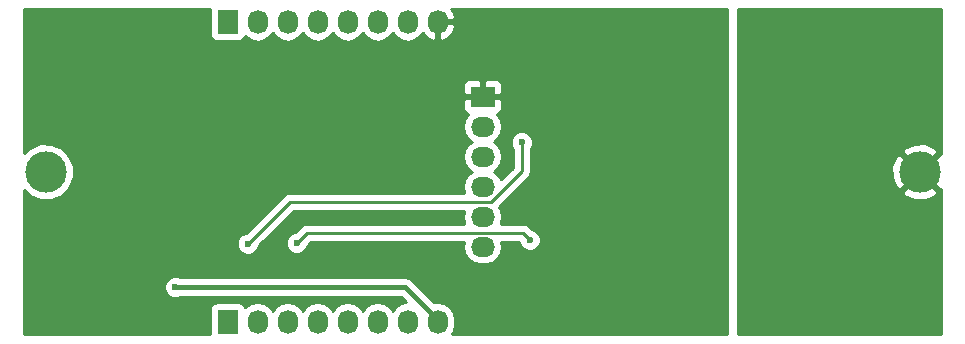
<source format=gbr>
G04 #@! TF.FileFunction,Copper,L2,Bot,Signal*
%FSLAX46Y46*%
G04 Gerber Fmt 4.6, Leading zero omitted, Abs format (unit mm)*
G04 Created by KiCad (PCBNEW 4.0.4+e1-6308~48~ubuntu14.04.1-stable) date Sun Nov 27 15:19:37 2016*
%MOMM*%
%LPD*%
G01*
G04 APERTURE LIST*
%ADD10C,0.100000*%
%ADD11C,3.500000*%
%ADD12R,2.032000X1.727200*%
%ADD13O,2.032000X1.727200*%
%ADD14R,1.727200X2.032000*%
%ADD15O,1.727200X2.032000*%
%ADD16C,0.600000*%
%ADD17C,0.400000*%
%ADD18C,0.250000*%
%ADD19C,0.254000*%
G04 APERTURE END LIST*
D10*
D11*
X109050000Y-104140000D03*
X183050000Y-104140000D03*
D12*
X146050000Y-97790000D03*
D13*
X146050000Y-100330000D03*
X146050000Y-102870000D03*
X146050000Y-105410000D03*
X146050000Y-107950000D03*
X146050000Y-110490000D03*
D14*
X124460000Y-116840000D03*
D15*
X127000000Y-116840000D03*
X129540000Y-116840000D03*
X132080000Y-116840000D03*
X134620000Y-116840000D03*
X137160000Y-116840000D03*
X139700000Y-116840000D03*
X142240000Y-116840000D03*
D14*
X124460000Y-91440000D03*
D15*
X127000000Y-91440000D03*
X129540000Y-91440000D03*
X132080000Y-91440000D03*
X134620000Y-91440000D03*
X137160000Y-91440000D03*
X139700000Y-91440000D03*
X142240000Y-91440000D03*
D16*
X168503600Y-93497400D03*
X175006000Y-102616000D03*
X170053000Y-94488000D03*
X169926000Y-100838000D03*
X169926000Y-102997000D03*
X120015000Y-113919000D03*
X151384000Y-106299000D03*
X151384000Y-101854000D03*
X166370000Y-112141000D03*
X165481000Y-96520000D03*
X165481000Y-94488000D03*
X116459000Y-99314000D03*
X126174500Y-110236000D03*
X149352000Y-101663500D03*
X130302000Y-110172500D03*
X150050500Y-109918500D03*
D17*
X120015000Y-113919000D02*
X139471400Y-113919000D01*
X139471400Y-113919000D02*
X142240000Y-116687600D01*
X142240000Y-116687600D02*
X142240000Y-116840000D01*
D18*
X146776128Y-106680000D02*
X129730500Y-106680000D01*
X129730500Y-106680000D02*
X126174500Y-110236000D01*
X149352000Y-101663500D02*
X149352000Y-104104128D01*
X149352000Y-104104128D02*
X146776128Y-106680000D01*
X150050500Y-109918500D02*
X149433390Y-109301390D01*
X149433390Y-109301390D02*
X131173110Y-109301390D01*
X131173110Y-109301390D02*
X130302000Y-110172500D01*
D19*
G36*
X122948960Y-90424000D02*
X122948960Y-92456000D01*
X122993238Y-92691317D01*
X123132310Y-92907441D01*
X123344510Y-93052431D01*
X123596400Y-93103440D01*
X125323600Y-93103440D01*
X125558917Y-93059162D01*
X125775041Y-92920090D01*
X125920031Y-92707890D01*
X125928400Y-92666561D01*
X125940330Y-92684415D01*
X126426511Y-93009271D01*
X127000000Y-93123345D01*
X127573489Y-93009271D01*
X128059670Y-92684415D01*
X128270000Y-92369634D01*
X128480330Y-92684415D01*
X128966511Y-93009271D01*
X129540000Y-93123345D01*
X130113489Y-93009271D01*
X130599670Y-92684415D01*
X130810000Y-92369634D01*
X131020330Y-92684415D01*
X131506511Y-93009271D01*
X132080000Y-93123345D01*
X132653489Y-93009271D01*
X133139670Y-92684415D01*
X133350000Y-92369634D01*
X133560330Y-92684415D01*
X134046511Y-93009271D01*
X134620000Y-93123345D01*
X135193489Y-93009271D01*
X135679670Y-92684415D01*
X135890000Y-92369634D01*
X136100330Y-92684415D01*
X136586511Y-93009271D01*
X137160000Y-93123345D01*
X137733489Y-93009271D01*
X138219670Y-92684415D01*
X138430000Y-92369634D01*
X138640330Y-92684415D01*
X139126511Y-93009271D01*
X139700000Y-93123345D01*
X140273489Y-93009271D01*
X140759670Y-92684415D01*
X140966461Y-92374931D01*
X141337964Y-92790732D01*
X141865209Y-93044709D01*
X141880974Y-93047358D01*
X142113000Y-92926217D01*
X142113000Y-91567000D01*
X142367000Y-91567000D01*
X142367000Y-92926217D01*
X142599026Y-93047358D01*
X142614791Y-93044709D01*
X143142036Y-92790732D01*
X143531954Y-92354320D01*
X143725184Y-91801913D01*
X143580924Y-91567000D01*
X142367000Y-91567000D01*
X142113000Y-91567000D01*
X142093000Y-91567000D01*
X142093000Y-91313000D01*
X142113000Y-91313000D01*
X142113000Y-91293000D01*
X142367000Y-91293000D01*
X142367000Y-91313000D01*
X143580924Y-91313000D01*
X143725184Y-91078087D01*
X143531954Y-90525680D01*
X143394647Y-90372000D01*
X166751000Y-90372000D01*
X166751000Y-117908000D01*
X143417547Y-117908000D01*
X143624526Y-117598234D01*
X143738600Y-117024745D01*
X143738600Y-116655255D01*
X143624526Y-116081766D01*
X143299670Y-115595585D01*
X142813489Y-115270729D01*
X142240000Y-115156655D01*
X141948004Y-115214736D01*
X140061834Y-113328566D01*
X139790941Y-113147561D01*
X139471400Y-113084000D01*
X120442234Y-113084000D01*
X120201799Y-112984162D01*
X119829833Y-112983838D01*
X119486057Y-113125883D01*
X119222808Y-113388673D01*
X119080162Y-113732201D01*
X119079838Y-114104167D01*
X119221883Y-114447943D01*
X119484673Y-114711192D01*
X119828201Y-114853838D01*
X120200167Y-114854162D01*
X120442578Y-114754000D01*
X139125532Y-114754000D01*
X139556693Y-115185161D01*
X139126511Y-115270729D01*
X138640330Y-115595585D01*
X138430000Y-115910366D01*
X138219670Y-115595585D01*
X137733489Y-115270729D01*
X137160000Y-115156655D01*
X136586511Y-115270729D01*
X136100330Y-115595585D01*
X135890000Y-115910366D01*
X135679670Y-115595585D01*
X135193489Y-115270729D01*
X134620000Y-115156655D01*
X134046511Y-115270729D01*
X133560330Y-115595585D01*
X133350000Y-115910366D01*
X133139670Y-115595585D01*
X132653489Y-115270729D01*
X132080000Y-115156655D01*
X131506511Y-115270729D01*
X131020330Y-115595585D01*
X130810000Y-115910366D01*
X130599670Y-115595585D01*
X130113489Y-115270729D01*
X129540000Y-115156655D01*
X128966511Y-115270729D01*
X128480330Y-115595585D01*
X128270000Y-115910366D01*
X128059670Y-115595585D01*
X127573489Y-115270729D01*
X127000000Y-115156655D01*
X126426511Y-115270729D01*
X125940330Y-115595585D01*
X125930757Y-115609913D01*
X125926762Y-115588683D01*
X125787690Y-115372559D01*
X125575490Y-115227569D01*
X125323600Y-115176560D01*
X123596400Y-115176560D01*
X123361083Y-115220838D01*
X123144959Y-115359910D01*
X122999969Y-115572110D01*
X122948960Y-115824000D01*
X122948960Y-117856000D01*
X122958744Y-117908000D01*
X107263000Y-117908000D01*
X107263000Y-110421167D01*
X125239338Y-110421167D01*
X125381383Y-110764943D01*
X125644173Y-111028192D01*
X125987701Y-111170838D01*
X126359667Y-111171162D01*
X126703443Y-111029117D01*
X126966692Y-110766327D01*
X127109338Y-110422799D01*
X127109379Y-110375923D01*
X130045302Y-107440000D01*
X144468100Y-107440000D01*
X144366655Y-107950000D01*
X144480729Y-108523489D01*
X144492690Y-108541390D01*
X131173110Y-108541390D01*
X130882271Y-108599242D01*
X130635709Y-108763989D01*
X130162320Y-109237378D01*
X130116833Y-109237338D01*
X129773057Y-109379383D01*
X129509808Y-109642173D01*
X129367162Y-109985701D01*
X129366838Y-110357667D01*
X129508883Y-110701443D01*
X129771673Y-110964692D01*
X130115201Y-111107338D01*
X130487167Y-111107662D01*
X130830943Y-110965617D01*
X131094192Y-110702827D01*
X131236838Y-110359299D01*
X131236879Y-110312423D01*
X131487912Y-110061390D01*
X144451911Y-110061390D01*
X144366655Y-110490000D01*
X144480729Y-111063489D01*
X144805585Y-111549670D01*
X145291766Y-111874526D01*
X145865255Y-111988600D01*
X146234745Y-111988600D01*
X146808234Y-111874526D01*
X147294415Y-111549670D01*
X147619271Y-111063489D01*
X147733345Y-110490000D01*
X147648089Y-110061390D01*
X149115375Y-110061390D01*
X149115338Y-110103667D01*
X149257383Y-110447443D01*
X149520173Y-110710692D01*
X149863701Y-110853338D01*
X150235667Y-110853662D01*
X150579443Y-110711617D01*
X150842692Y-110448827D01*
X150985338Y-110105299D01*
X150985662Y-109733333D01*
X150843617Y-109389557D01*
X150580827Y-109126308D01*
X150237299Y-108983662D01*
X150190423Y-108983621D01*
X149970791Y-108763989D01*
X149724229Y-108599242D01*
X149433390Y-108541390D01*
X147607310Y-108541390D01*
X147619271Y-108523489D01*
X147733345Y-107950000D01*
X147619271Y-107376511D01*
X147433077Y-107097853D01*
X149889401Y-104641529D01*
X150054148Y-104394967D01*
X150112000Y-104104128D01*
X150112000Y-102225963D01*
X150144192Y-102193827D01*
X150286838Y-101850299D01*
X150287162Y-101478333D01*
X150145117Y-101134557D01*
X149882327Y-100871308D01*
X149538799Y-100728662D01*
X149166833Y-100728338D01*
X148823057Y-100870383D01*
X148559808Y-101133173D01*
X148417162Y-101476701D01*
X148416838Y-101848667D01*
X148558883Y-102192443D01*
X148592000Y-102225618D01*
X148592000Y-103789326D01*
X147589448Y-104791878D01*
X147294415Y-104350330D01*
X146979634Y-104140000D01*
X147294415Y-103929670D01*
X147619271Y-103443489D01*
X147733345Y-102870000D01*
X147619271Y-102296511D01*
X147294415Y-101810330D01*
X146979634Y-101600000D01*
X147294415Y-101389670D01*
X147619271Y-100903489D01*
X147733345Y-100330000D01*
X147619271Y-99756511D01*
X147294415Y-99270330D01*
X147272220Y-99255500D01*
X147425698Y-99191927D01*
X147604327Y-99013299D01*
X147701000Y-98779910D01*
X147701000Y-98075750D01*
X147542250Y-97917000D01*
X146177000Y-97917000D01*
X146177000Y-97937000D01*
X145923000Y-97937000D01*
X145923000Y-97917000D01*
X144557750Y-97917000D01*
X144399000Y-98075750D01*
X144399000Y-98779910D01*
X144495673Y-99013299D01*
X144674302Y-99191927D01*
X144827780Y-99255500D01*
X144805585Y-99270330D01*
X144480729Y-99756511D01*
X144366655Y-100330000D01*
X144480729Y-100903489D01*
X144805585Y-101389670D01*
X145120366Y-101600000D01*
X144805585Y-101810330D01*
X144480729Y-102296511D01*
X144366655Y-102870000D01*
X144480729Y-103443489D01*
X144805585Y-103929670D01*
X145120366Y-104140000D01*
X144805585Y-104350330D01*
X144480729Y-104836511D01*
X144366655Y-105410000D01*
X144468100Y-105920000D01*
X129730500Y-105920000D01*
X129487914Y-105968254D01*
X129439660Y-105977852D01*
X129193099Y-106142599D01*
X126034820Y-109300878D01*
X125989333Y-109300838D01*
X125645557Y-109442883D01*
X125382308Y-109705673D01*
X125239662Y-110049201D01*
X125239338Y-110421167D01*
X107263000Y-110421167D01*
X107263000Y-105725725D01*
X107697242Y-106160726D01*
X108573513Y-106524585D01*
X109522325Y-106525413D01*
X110399229Y-106163084D01*
X111070726Y-105492758D01*
X111434585Y-104616487D01*
X111435413Y-103667675D01*
X111073084Y-102790771D01*
X110402758Y-102119274D01*
X109526487Y-101755415D01*
X108577675Y-101754587D01*
X107700771Y-102116916D01*
X107263000Y-102553924D01*
X107263000Y-96800090D01*
X144399000Y-96800090D01*
X144399000Y-97504250D01*
X144557750Y-97663000D01*
X145923000Y-97663000D01*
X145923000Y-96450150D01*
X146177000Y-96450150D01*
X146177000Y-97663000D01*
X147542250Y-97663000D01*
X147701000Y-97504250D01*
X147701000Y-96800090D01*
X147604327Y-96566701D01*
X147425698Y-96388073D01*
X147192309Y-96291400D01*
X146335750Y-96291400D01*
X146177000Y-96450150D01*
X145923000Y-96450150D01*
X145764250Y-96291400D01*
X144907691Y-96291400D01*
X144674302Y-96388073D01*
X144495673Y-96566701D01*
X144399000Y-96800090D01*
X107263000Y-96800090D01*
X107263000Y-90372000D01*
X122959490Y-90372000D01*
X122948960Y-90424000D01*
X122948960Y-90424000D01*
G37*
X122948960Y-90424000D02*
X122948960Y-92456000D01*
X122993238Y-92691317D01*
X123132310Y-92907441D01*
X123344510Y-93052431D01*
X123596400Y-93103440D01*
X125323600Y-93103440D01*
X125558917Y-93059162D01*
X125775041Y-92920090D01*
X125920031Y-92707890D01*
X125928400Y-92666561D01*
X125940330Y-92684415D01*
X126426511Y-93009271D01*
X127000000Y-93123345D01*
X127573489Y-93009271D01*
X128059670Y-92684415D01*
X128270000Y-92369634D01*
X128480330Y-92684415D01*
X128966511Y-93009271D01*
X129540000Y-93123345D01*
X130113489Y-93009271D01*
X130599670Y-92684415D01*
X130810000Y-92369634D01*
X131020330Y-92684415D01*
X131506511Y-93009271D01*
X132080000Y-93123345D01*
X132653489Y-93009271D01*
X133139670Y-92684415D01*
X133350000Y-92369634D01*
X133560330Y-92684415D01*
X134046511Y-93009271D01*
X134620000Y-93123345D01*
X135193489Y-93009271D01*
X135679670Y-92684415D01*
X135890000Y-92369634D01*
X136100330Y-92684415D01*
X136586511Y-93009271D01*
X137160000Y-93123345D01*
X137733489Y-93009271D01*
X138219670Y-92684415D01*
X138430000Y-92369634D01*
X138640330Y-92684415D01*
X139126511Y-93009271D01*
X139700000Y-93123345D01*
X140273489Y-93009271D01*
X140759670Y-92684415D01*
X140966461Y-92374931D01*
X141337964Y-92790732D01*
X141865209Y-93044709D01*
X141880974Y-93047358D01*
X142113000Y-92926217D01*
X142113000Y-91567000D01*
X142367000Y-91567000D01*
X142367000Y-92926217D01*
X142599026Y-93047358D01*
X142614791Y-93044709D01*
X143142036Y-92790732D01*
X143531954Y-92354320D01*
X143725184Y-91801913D01*
X143580924Y-91567000D01*
X142367000Y-91567000D01*
X142113000Y-91567000D01*
X142093000Y-91567000D01*
X142093000Y-91313000D01*
X142113000Y-91313000D01*
X142113000Y-91293000D01*
X142367000Y-91293000D01*
X142367000Y-91313000D01*
X143580924Y-91313000D01*
X143725184Y-91078087D01*
X143531954Y-90525680D01*
X143394647Y-90372000D01*
X166751000Y-90372000D01*
X166751000Y-117908000D01*
X143417547Y-117908000D01*
X143624526Y-117598234D01*
X143738600Y-117024745D01*
X143738600Y-116655255D01*
X143624526Y-116081766D01*
X143299670Y-115595585D01*
X142813489Y-115270729D01*
X142240000Y-115156655D01*
X141948004Y-115214736D01*
X140061834Y-113328566D01*
X139790941Y-113147561D01*
X139471400Y-113084000D01*
X120442234Y-113084000D01*
X120201799Y-112984162D01*
X119829833Y-112983838D01*
X119486057Y-113125883D01*
X119222808Y-113388673D01*
X119080162Y-113732201D01*
X119079838Y-114104167D01*
X119221883Y-114447943D01*
X119484673Y-114711192D01*
X119828201Y-114853838D01*
X120200167Y-114854162D01*
X120442578Y-114754000D01*
X139125532Y-114754000D01*
X139556693Y-115185161D01*
X139126511Y-115270729D01*
X138640330Y-115595585D01*
X138430000Y-115910366D01*
X138219670Y-115595585D01*
X137733489Y-115270729D01*
X137160000Y-115156655D01*
X136586511Y-115270729D01*
X136100330Y-115595585D01*
X135890000Y-115910366D01*
X135679670Y-115595585D01*
X135193489Y-115270729D01*
X134620000Y-115156655D01*
X134046511Y-115270729D01*
X133560330Y-115595585D01*
X133350000Y-115910366D01*
X133139670Y-115595585D01*
X132653489Y-115270729D01*
X132080000Y-115156655D01*
X131506511Y-115270729D01*
X131020330Y-115595585D01*
X130810000Y-115910366D01*
X130599670Y-115595585D01*
X130113489Y-115270729D01*
X129540000Y-115156655D01*
X128966511Y-115270729D01*
X128480330Y-115595585D01*
X128270000Y-115910366D01*
X128059670Y-115595585D01*
X127573489Y-115270729D01*
X127000000Y-115156655D01*
X126426511Y-115270729D01*
X125940330Y-115595585D01*
X125930757Y-115609913D01*
X125926762Y-115588683D01*
X125787690Y-115372559D01*
X125575490Y-115227569D01*
X125323600Y-115176560D01*
X123596400Y-115176560D01*
X123361083Y-115220838D01*
X123144959Y-115359910D01*
X122999969Y-115572110D01*
X122948960Y-115824000D01*
X122948960Y-117856000D01*
X122958744Y-117908000D01*
X107263000Y-117908000D01*
X107263000Y-110421167D01*
X125239338Y-110421167D01*
X125381383Y-110764943D01*
X125644173Y-111028192D01*
X125987701Y-111170838D01*
X126359667Y-111171162D01*
X126703443Y-111029117D01*
X126966692Y-110766327D01*
X127109338Y-110422799D01*
X127109379Y-110375923D01*
X130045302Y-107440000D01*
X144468100Y-107440000D01*
X144366655Y-107950000D01*
X144480729Y-108523489D01*
X144492690Y-108541390D01*
X131173110Y-108541390D01*
X130882271Y-108599242D01*
X130635709Y-108763989D01*
X130162320Y-109237378D01*
X130116833Y-109237338D01*
X129773057Y-109379383D01*
X129509808Y-109642173D01*
X129367162Y-109985701D01*
X129366838Y-110357667D01*
X129508883Y-110701443D01*
X129771673Y-110964692D01*
X130115201Y-111107338D01*
X130487167Y-111107662D01*
X130830943Y-110965617D01*
X131094192Y-110702827D01*
X131236838Y-110359299D01*
X131236879Y-110312423D01*
X131487912Y-110061390D01*
X144451911Y-110061390D01*
X144366655Y-110490000D01*
X144480729Y-111063489D01*
X144805585Y-111549670D01*
X145291766Y-111874526D01*
X145865255Y-111988600D01*
X146234745Y-111988600D01*
X146808234Y-111874526D01*
X147294415Y-111549670D01*
X147619271Y-111063489D01*
X147733345Y-110490000D01*
X147648089Y-110061390D01*
X149115375Y-110061390D01*
X149115338Y-110103667D01*
X149257383Y-110447443D01*
X149520173Y-110710692D01*
X149863701Y-110853338D01*
X150235667Y-110853662D01*
X150579443Y-110711617D01*
X150842692Y-110448827D01*
X150985338Y-110105299D01*
X150985662Y-109733333D01*
X150843617Y-109389557D01*
X150580827Y-109126308D01*
X150237299Y-108983662D01*
X150190423Y-108983621D01*
X149970791Y-108763989D01*
X149724229Y-108599242D01*
X149433390Y-108541390D01*
X147607310Y-108541390D01*
X147619271Y-108523489D01*
X147733345Y-107950000D01*
X147619271Y-107376511D01*
X147433077Y-107097853D01*
X149889401Y-104641529D01*
X150054148Y-104394967D01*
X150112000Y-104104128D01*
X150112000Y-102225963D01*
X150144192Y-102193827D01*
X150286838Y-101850299D01*
X150287162Y-101478333D01*
X150145117Y-101134557D01*
X149882327Y-100871308D01*
X149538799Y-100728662D01*
X149166833Y-100728338D01*
X148823057Y-100870383D01*
X148559808Y-101133173D01*
X148417162Y-101476701D01*
X148416838Y-101848667D01*
X148558883Y-102192443D01*
X148592000Y-102225618D01*
X148592000Y-103789326D01*
X147589448Y-104791878D01*
X147294415Y-104350330D01*
X146979634Y-104140000D01*
X147294415Y-103929670D01*
X147619271Y-103443489D01*
X147733345Y-102870000D01*
X147619271Y-102296511D01*
X147294415Y-101810330D01*
X146979634Y-101600000D01*
X147294415Y-101389670D01*
X147619271Y-100903489D01*
X147733345Y-100330000D01*
X147619271Y-99756511D01*
X147294415Y-99270330D01*
X147272220Y-99255500D01*
X147425698Y-99191927D01*
X147604327Y-99013299D01*
X147701000Y-98779910D01*
X147701000Y-98075750D01*
X147542250Y-97917000D01*
X146177000Y-97917000D01*
X146177000Y-97937000D01*
X145923000Y-97937000D01*
X145923000Y-97917000D01*
X144557750Y-97917000D01*
X144399000Y-98075750D01*
X144399000Y-98779910D01*
X144495673Y-99013299D01*
X144674302Y-99191927D01*
X144827780Y-99255500D01*
X144805585Y-99270330D01*
X144480729Y-99756511D01*
X144366655Y-100330000D01*
X144480729Y-100903489D01*
X144805585Y-101389670D01*
X145120366Y-101600000D01*
X144805585Y-101810330D01*
X144480729Y-102296511D01*
X144366655Y-102870000D01*
X144480729Y-103443489D01*
X144805585Y-103929670D01*
X145120366Y-104140000D01*
X144805585Y-104350330D01*
X144480729Y-104836511D01*
X144366655Y-105410000D01*
X144468100Y-105920000D01*
X129730500Y-105920000D01*
X129487914Y-105968254D01*
X129439660Y-105977852D01*
X129193099Y-106142599D01*
X126034820Y-109300878D01*
X125989333Y-109300838D01*
X125645557Y-109442883D01*
X125382308Y-109705673D01*
X125239662Y-110049201D01*
X125239338Y-110421167D01*
X107263000Y-110421167D01*
X107263000Y-105725725D01*
X107697242Y-106160726D01*
X108573513Y-106524585D01*
X109522325Y-106525413D01*
X110399229Y-106163084D01*
X111070726Y-105492758D01*
X111434585Y-104616487D01*
X111435413Y-103667675D01*
X111073084Y-102790771D01*
X110402758Y-102119274D01*
X109526487Y-101755415D01*
X108577675Y-101754587D01*
X107700771Y-102116916D01*
X107263000Y-102553924D01*
X107263000Y-96800090D01*
X144399000Y-96800090D01*
X144399000Y-97504250D01*
X144557750Y-97663000D01*
X145923000Y-97663000D01*
X145923000Y-96450150D01*
X146177000Y-96450150D01*
X146177000Y-97663000D01*
X147542250Y-97663000D01*
X147701000Y-97504250D01*
X147701000Y-96800090D01*
X147604327Y-96566701D01*
X147425698Y-96388073D01*
X147192309Y-96291400D01*
X146335750Y-96291400D01*
X146177000Y-96450150D01*
X145923000Y-96450150D01*
X145764250Y-96291400D01*
X144907691Y-96291400D01*
X144674302Y-96388073D01*
X144495673Y-96566701D01*
X144399000Y-96800090D01*
X107263000Y-96800090D01*
X107263000Y-90372000D01*
X122959490Y-90372000D01*
X122948960Y-90424000D01*
G36*
X184837000Y-102676119D02*
X184744528Y-102625077D01*
X183229605Y-104140000D01*
X184744528Y-105654923D01*
X184837000Y-105603881D01*
X184837000Y-117908000D01*
X167640000Y-117908000D01*
X167640000Y-105834528D01*
X181535077Y-105834528D01*
X181725364Y-106179271D01*
X182606591Y-106530956D01*
X183555323Y-106518641D01*
X184374636Y-106179271D01*
X184564923Y-105834528D01*
X183050000Y-104319605D01*
X181535077Y-105834528D01*
X167640000Y-105834528D01*
X167640000Y-103696591D01*
X180659044Y-103696591D01*
X180671359Y-104645323D01*
X181010729Y-105464636D01*
X181355472Y-105654923D01*
X182870395Y-104140000D01*
X181355472Y-102625077D01*
X181010729Y-102815364D01*
X180659044Y-103696591D01*
X167640000Y-103696591D01*
X167640000Y-102445472D01*
X181535077Y-102445472D01*
X183050000Y-103960395D01*
X184564923Y-102445472D01*
X184374636Y-102100729D01*
X183493409Y-101749044D01*
X182544677Y-101761359D01*
X181725364Y-102100729D01*
X181535077Y-102445472D01*
X167640000Y-102445472D01*
X167640000Y-90372000D01*
X184837000Y-90372000D01*
X184837000Y-102676119D01*
X184837000Y-102676119D01*
G37*
X184837000Y-102676119D02*
X184744528Y-102625077D01*
X183229605Y-104140000D01*
X184744528Y-105654923D01*
X184837000Y-105603881D01*
X184837000Y-117908000D01*
X167640000Y-117908000D01*
X167640000Y-105834528D01*
X181535077Y-105834528D01*
X181725364Y-106179271D01*
X182606591Y-106530956D01*
X183555323Y-106518641D01*
X184374636Y-106179271D01*
X184564923Y-105834528D01*
X183050000Y-104319605D01*
X181535077Y-105834528D01*
X167640000Y-105834528D01*
X167640000Y-103696591D01*
X180659044Y-103696591D01*
X180671359Y-104645323D01*
X181010729Y-105464636D01*
X181355472Y-105654923D01*
X182870395Y-104140000D01*
X181355472Y-102625077D01*
X181010729Y-102815364D01*
X180659044Y-103696591D01*
X167640000Y-103696591D01*
X167640000Y-102445472D01*
X181535077Y-102445472D01*
X183050000Y-103960395D01*
X184564923Y-102445472D01*
X184374636Y-102100729D01*
X183493409Y-101749044D01*
X182544677Y-101761359D01*
X181725364Y-102100729D01*
X181535077Y-102445472D01*
X167640000Y-102445472D01*
X167640000Y-90372000D01*
X184837000Y-90372000D01*
X184837000Y-102676119D01*
M02*

</source>
